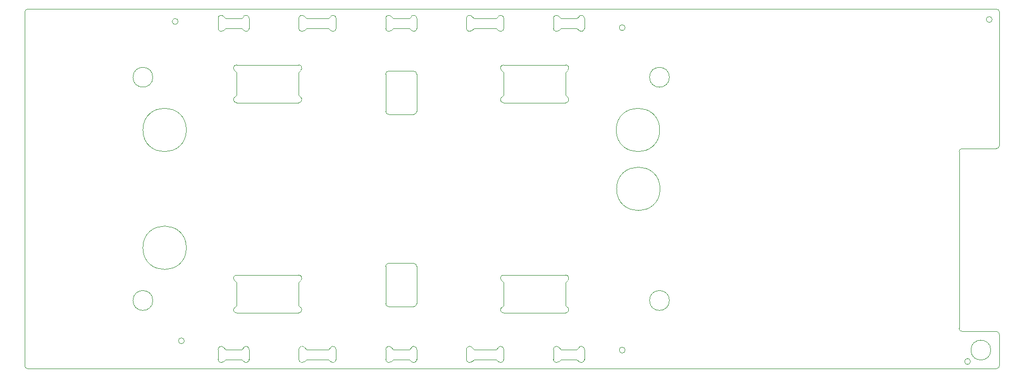
<source format=gm1>
G04 #@! TF.GenerationSoftware,KiCad,Pcbnew,(6.0.5-0)*
G04 #@! TF.CreationDate,2022-06-09T15:38:58+09:00*
G04 #@! TF.ProjectId,qLAMP-main,714c414d-502d-46d6-9169-6e2e6b696361,rev?*
G04 #@! TF.SameCoordinates,Original*
G04 #@! TF.FileFunction,Profile,NP*
%FSLAX46Y46*%
G04 Gerber Fmt 4.6, Leading zero omitted, Abs format (unit mm)*
G04 Created by KiCad (PCBNEW (6.0.5-0)) date 2022-06-09 15:38:58*
%MOMM*%
%LPD*%
G01*
G04 APERTURE LIST*
G04 #@! TA.AperFunction,Profile*
%ADD10C,0.100000*%
G04 #@! TD*
G04 APERTURE END LIST*
D10*
X86942944Y-74501749D02*
X87296497Y-74148195D01*
X111357157Y-127898251D02*
X111003604Y-127544698D01*
X96150050Y-76101749D02*
X96150050Y-74501749D01*
X110150101Y-76101750D02*
G75*
G03*
X111003604Y-76455302I499999J50D01*
G01*
X110150050Y-76101749D02*
X110150050Y-74501749D01*
X87296497Y-127544698D02*
X86942944Y-127898251D01*
X96150000Y-129498251D02*
G75*
G03*
X97003603Y-129851804I500000J-49D01*
G01*
X138357157Y-74501749D02*
X140942944Y-74501749D01*
X78036000Y-92500000D02*
G75*
G03*
X78036000Y-92500000I-3500000J0D01*
G01*
X124357157Y-74501749D02*
X127942944Y-74501749D01*
X72636000Y-84000000D02*
G75*
G03*
X72636000Y-84000000I-1600000J0D01*
G01*
X115150050Y-129498251D02*
X115150050Y-127898251D01*
X111003640Y-127544662D02*
G75*
G03*
X110150050Y-127898250I-353540J-353638D01*
G01*
X88150169Y-127898251D02*
G75*
G03*
X87296497Y-127544698I-500069J-49D01*
G01*
X83150050Y-76101749D02*
X83150050Y-74501749D01*
X129135050Y-121998251D02*
X139135050Y-121998251D01*
X138357157Y-127898251D02*
X138003604Y-127544698D01*
X115136000Y-114500000D02*
G75*
G03*
X114636000Y-114000000I-500000J0D01*
G01*
X209000000Y-95000000D02*
X209000000Y-73500000D01*
X113942944Y-129498251D02*
X114296497Y-129851805D01*
X140942944Y-127898251D02*
X138357157Y-127898251D01*
X208500000Y-95500000D02*
G75*
G03*
X209000000Y-95000000I0J500000D01*
G01*
X142150169Y-127898251D02*
G75*
G03*
X141296497Y-127544698I-500069J-49D01*
G01*
X139135050Y-86894642D02*
X139488604Y-87248195D01*
X128781497Y-116751805D02*
X129135050Y-117105358D01*
X128781581Y-121144782D02*
G75*
G03*
X129135050Y-121998250I353519J-353518D01*
G01*
X111003604Y-129851805D02*
X111357157Y-129498251D01*
X139488688Y-116751889D02*
G75*
G03*
X139135050Y-115898250I-353588J353589D01*
G01*
X110136000Y-89500000D02*
X110136000Y-83500000D01*
X207600000Y-128000000D02*
G75*
G03*
X207600000Y-128000000I-1600000J0D01*
G01*
X129135050Y-115898300D02*
G75*
G03*
X128781497Y-116751804I50J-500000D01*
G01*
X208500000Y-131000000D02*
X52500000Y-131000000D01*
X96135050Y-120791145D02*
X96135050Y-117105358D01*
X96488604Y-121144698D02*
X96135050Y-120791145D01*
X139488569Y-82855268D02*
G75*
G03*
X139135050Y-82001749I-353469J353568D01*
G01*
X96488688Y-116751889D02*
G75*
G03*
X96135050Y-115898250I-353588J353589D01*
G01*
X96150050Y-127898251D02*
X96150050Y-129498251D01*
X127942944Y-76101749D02*
X124357157Y-76101749D01*
X114636000Y-121000000D02*
X110636000Y-121000000D01*
X87296581Y-76455218D02*
G75*
G03*
X88150050Y-76101749I353519J353518D01*
G01*
X110150000Y-129498251D02*
G75*
G03*
X111003603Y-129851804I500000J-49D01*
G01*
X97357157Y-127898251D02*
X97003604Y-127544698D01*
X110136000Y-120500000D02*
G75*
G03*
X110636000Y-121000000I500000J0D01*
G01*
X140942944Y-76101749D02*
X138357157Y-76101749D01*
X139135050Y-82001749D02*
X129135050Y-82001749D01*
X110636000Y-114000000D02*
G75*
G03*
X110136000Y-114500000I0J-500000D01*
G01*
X85781497Y-116751805D02*
X86135050Y-117105358D01*
X141296581Y-76455218D02*
G75*
G03*
X142150050Y-76101749I353519J353518D01*
G01*
X139135050Y-120791145D02*
X139135050Y-117105358D01*
X123150050Y-76101749D02*
X123150050Y-74501749D01*
X85781412Y-87248111D02*
G75*
G03*
X86135050Y-88101749I353588J-353589D01*
G01*
X52000000Y-130500000D02*
G75*
G03*
X52500000Y-131000000I500000J0D01*
G01*
X96135050Y-115898251D02*
X86135050Y-115898251D01*
X129150050Y-129498251D02*
X129150050Y-127898251D01*
X139135050Y-115898251D02*
X129135050Y-115898251D01*
X208500000Y-125000000D02*
X203000000Y-125000000D01*
X102150050Y-129498251D02*
X102150050Y-127898251D01*
X129150050Y-74501749D02*
X129150050Y-76101749D01*
X115136000Y-83500000D02*
G75*
G03*
X114636000Y-83000000I-500000J0D01*
G01*
X87296412Y-129851890D02*
G75*
G03*
X88150050Y-129498250I353588J353590D01*
G01*
X113942944Y-127898251D02*
X111357157Y-127898251D01*
X78036000Y-111500000D02*
G75*
G03*
X78036000Y-111500000I-3500000J0D01*
G01*
X209000000Y-73500000D02*
G75*
G03*
X208500000Y-73000000I-500000J0D01*
G01*
X124357157Y-76101749D02*
X124003604Y-76455302D01*
X96488604Y-82855302D02*
X96135050Y-83208855D01*
X72636000Y-120000000D02*
G75*
G03*
X72636000Y-120000000I-1600000J0D01*
G01*
X115150169Y-127898251D02*
G75*
G03*
X114296497Y-127544698I-500069J-49D01*
G01*
X84357157Y-76101749D02*
X84003604Y-76455302D01*
X154278441Y-92500000D02*
G75*
G03*
X154278441Y-92500000I-3500000J0D01*
G01*
X83150000Y-129498251D02*
G75*
G03*
X84003603Y-129851804I500000J-49D01*
G01*
X139488604Y-121144698D02*
X139135050Y-120791145D01*
X128781497Y-87248195D02*
X129135050Y-86894642D01*
X97357157Y-74501749D02*
X100942944Y-74501749D01*
X84357157Y-127898251D02*
X84003604Y-127544698D01*
X97357157Y-76101749D02*
X97003604Y-76455302D01*
X123150050Y-127898251D02*
X123150050Y-129498251D01*
X202500000Y-124500000D02*
G75*
G03*
X203000000Y-125000000I500000J0D01*
G01*
X127942944Y-127898251D02*
X124357157Y-127898251D01*
X100942944Y-127898251D02*
X97357157Y-127898251D01*
X85781497Y-87248195D02*
X86135050Y-86894642D01*
X97003604Y-129851805D02*
X97357157Y-129498251D01*
X203000000Y-95500000D02*
X208500000Y-95500000D01*
X86135050Y-83208855D02*
X85781497Y-82855302D01*
X114296497Y-127544698D02*
X113942944Y-127898251D01*
X102150050Y-74501749D02*
X102150050Y-76101749D01*
X86942944Y-127898251D02*
X84357157Y-127898251D01*
X96135050Y-86894642D02*
X96488604Y-87248195D01*
X141296412Y-129851890D02*
G75*
G03*
X142150050Y-129498250I353588J353590D01*
G01*
X129150101Y-74501750D02*
G75*
G03*
X128296497Y-74148195I-500001J50D01*
G01*
X137150000Y-129498251D02*
G75*
G03*
X138003603Y-129851804I500000J-49D01*
G01*
X85781581Y-121144782D02*
G75*
G03*
X86135050Y-121998250I353519J-353518D01*
G01*
X86135050Y-121998251D02*
X96135050Y-121998251D01*
X102150101Y-74501750D02*
G75*
G03*
X101296497Y-74148195I-500001J50D01*
G01*
X139135050Y-88101749D02*
X129135050Y-88101749D01*
X155836000Y-120000000D02*
G75*
G03*
X155836000Y-120000000I-1600000J0D01*
G01*
X86135050Y-115898300D02*
G75*
G03*
X85781497Y-116751804I50J-500000D01*
G01*
X110636000Y-114000000D02*
X114636000Y-114000000D01*
X128781412Y-87248111D02*
G75*
G03*
X129135050Y-88101749I353588J-353589D01*
G01*
X86942944Y-129498251D02*
X87296497Y-129851805D01*
X84003568Y-74148231D02*
G75*
G03*
X83150050Y-74501749I-353568J-353469D01*
G01*
X77711000Y-126500000D02*
G75*
G03*
X77711000Y-126500000I-475000J0D01*
G01*
X86942944Y-76101749D02*
X84357157Y-76101749D01*
X101296497Y-76455302D02*
X100942944Y-76101749D01*
X208500000Y-131000000D02*
G75*
G03*
X209000000Y-130500000I0J500000D01*
G01*
X88150050Y-74501749D02*
X88150050Y-76101749D01*
X123150101Y-76101750D02*
G75*
G03*
X124003604Y-76455302I499999J50D01*
G01*
X96135050Y-121998369D02*
G75*
G03*
X96488603Y-121144698I-50J500069D01*
G01*
X110136000Y-89500000D02*
G75*
G03*
X110636000Y-90000000I500000J0D01*
G01*
X110136000Y-120500000D02*
X110136000Y-114500000D01*
X142150050Y-129498251D02*
X142150050Y-127898251D01*
X114296497Y-76455302D02*
X113942944Y-76101749D01*
X86135050Y-120791145D02*
X85781497Y-121144698D01*
X139135050Y-121998369D02*
G75*
G03*
X139488603Y-121144698I-50J500069D01*
G01*
X140942944Y-129498251D02*
X141296497Y-129851805D01*
X52500000Y-73000000D02*
G75*
G03*
X52000000Y-73500000I0J-500000D01*
G01*
X114636000Y-121000000D02*
G75*
G03*
X115136000Y-120500000I0J500000D01*
G01*
X138357157Y-76101749D02*
X138003604Y-76455302D01*
X111003604Y-74148195D02*
X111357157Y-74501749D01*
X148711000Y-76000000D02*
G75*
G03*
X148711000Y-76000000I-475000J0D01*
G01*
X52000000Y-130500000D02*
X52000000Y-73500000D01*
X124003568Y-74148231D02*
G75*
G03*
X123150050Y-74501749I-353568J-353469D01*
G01*
X129150169Y-127898251D02*
G75*
G03*
X128296497Y-127544698I-500069J-49D01*
G01*
X140942944Y-74501749D02*
X141296497Y-74148195D01*
X124003604Y-74148195D02*
X124357157Y-74501749D01*
X101296497Y-127544698D02*
X100942944Y-127898251D01*
X154331000Y-102000000D02*
G75*
G03*
X154331000Y-102000000I-3500000J0D01*
G01*
X142150050Y-74501749D02*
X142150050Y-76101749D01*
X203000000Y-95500000D02*
G75*
G03*
X202500000Y-96000000I0J-500000D01*
G01*
X139135050Y-88101631D02*
G75*
G03*
X139488604Y-87248195I50J499931D01*
G01*
X137150050Y-76101749D02*
X137150050Y-74501749D01*
X111357157Y-76101749D02*
X111003604Y-76455302D01*
X124003604Y-129851805D02*
X124357157Y-129498251D01*
X84357157Y-129498251D02*
X86942944Y-129498251D01*
X97003568Y-74148231D02*
G75*
G03*
X96150050Y-74501749I-353568J-353469D01*
G01*
X115136000Y-89500000D02*
X115136000Y-83500000D01*
X113942944Y-74501749D02*
X114296497Y-74148195D01*
X83150101Y-76101750D02*
G75*
G03*
X84003604Y-76455302I499999J50D01*
G01*
X128296497Y-127544698D02*
X127942944Y-127898251D01*
X87296497Y-76455302D02*
X86942944Y-76101749D01*
X111003568Y-74148231D02*
G75*
G03*
X110150050Y-74501749I-353568J-353469D01*
G01*
X129135050Y-120791145D02*
X128781497Y-121144698D01*
X86135050Y-82001701D02*
G75*
G03*
X85781497Y-82855302I-50J-499999D01*
G01*
X128296497Y-76455302D02*
X127942944Y-76101749D01*
X138003604Y-74148195D02*
X138357157Y-74501749D01*
X101296412Y-129851890D02*
G75*
G03*
X102150050Y-129498250I353588J353590D01*
G01*
X76711000Y-75000000D02*
G75*
G03*
X76711000Y-75000000I-475000J0D01*
G01*
X129135050Y-117105358D02*
X129135050Y-120791145D01*
X139135050Y-117105358D02*
X139488604Y-116751805D01*
X100942944Y-129498251D02*
X101296497Y-129851805D01*
X142150101Y-74501750D02*
G75*
G03*
X141296497Y-74148195I-500001J50D01*
G01*
X111357157Y-74501749D02*
X113942944Y-74501749D01*
X129135050Y-86894642D02*
X129135050Y-83208855D01*
X111357157Y-129498251D02*
X113942944Y-129498251D01*
X114296412Y-129851890D02*
G75*
G03*
X115150050Y-129498250I353588J353590D01*
G01*
X148711000Y-128000000D02*
G75*
G03*
X148711000Y-128000000I-475000J0D01*
G01*
X155836000Y-84000000D02*
G75*
G03*
X155836000Y-84000000I-1600000J0D01*
G01*
X127942944Y-129498251D02*
X128296497Y-129851805D01*
X102150169Y-127898251D02*
G75*
G03*
X101296497Y-127544698I-500069J-49D01*
G01*
X110150050Y-127898251D02*
X110150050Y-129498251D01*
X96135050Y-83208855D02*
X96135050Y-86894642D01*
X84357157Y-74501749D02*
X86942944Y-74501749D01*
X141296497Y-127544698D02*
X140942944Y-127898251D01*
X129135050Y-82001701D02*
G75*
G03*
X128781497Y-82855302I-50J-499999D01*
G01*
X101296581Y-76455218D02*
G75*
G03*
X102150050Y-76101749I353519J353518D01*
G01*
X124003640Y-127544662D02*
G75*
G03*
X123150050Y-127898250I-353540J-353638D01*
G01*
X115136000Y-120500000D02*
X115136000Y-114500000D01*
X138003640Y-127544662D02*
G75*
G03*
X137150050Y-127898250I-353540J-353638D01*
G01*
X100942944Y-74501749D02*
X101296497Y-74148195D01*
X124357157Y-129498251D02*
X127942944Y-129498251D01*
X127942944Y-74501749D02*
X128296497Y-74148195D01*
X204335000Y-129840000D02*
G75*
G03*
X204335000Y-129840000I-475000J0D01*
G01*
X124357157Y-127898251D02*
X124003604Y-127544698D01*
X115150101Y-74501750D02*
G75*
G03*
X114296497Y-74148195I-500001J50D01*
G01*
X207825000Y-74695000D02*
G75*
G03*
X207825000Y-74695000I-475000J0D01*
G01*
X128296412Y-129851890D02*
G75*
G03*
X129150050Y-129498250I353588J353590D01*
G01*
X141296497Y-76455302D02*
X140942944Y-76101749D01*
X97003640Y-127544662D02*
G75*
G03*
X96150050Y-127898250I-353540J-353638D01*
G01*
X86135050Y-86894642D02*
X86135050Y-83208855D01*
X96135050Y-88101631D02*
G75*
G03*
X96488604Y-87248195I50J499931D01*
G01*
X137150101Y-76101750D02*
G75*
G03*
X138003604Y-76455302I499999J50D01*
G01*
X97357157Y-129498251D02*
X100942944Y-129498251D01*
X139135050Y-83208855D02*
X139135050Y-86894642D01*
X138003568Y-74148231D02*
G75*
G03*
X137150050Y-74501749I-353568J-353469D01*
G01*
X138357157Y-129498251D02*
X140942944Y-129498251D01*
X115150050Y-74501749D02*
X115150050Y-76101749D01*
X110636000Y-83000000D02*
G75*
G03*
X110136000Y-83500000I0J-500000D01*
G01*
X96135050Y-88101749D02*
X86135050Y-88101749D01*
X110636000Y-83000000D02*
X114636000Y-83000000D01*
X139488604Y-82855302D02*
X139135050Y-83208855D01*
X88150101Y-74501750D02*
G75*
G03*
X87296497Y-74148195I-500001J50D01*
G01*
X86135050Y-117105358D02*
X86135050Y-120791145D01*
X138003604Y-129851805D02*
X138357157Y-129498251D01*
X209000000Y-125500000D02*
X209000000Y-130500000D01*
X114636000Y-90000000D02*
G75*
G03*
X115136000Y-89500000I0J500000D01*
G01*
X202500000Y-124500000D02*
X202500000Y-96000000D01*
X84003604Y-129851805D02*
X84357157Y-129498251D01*
X96488569Y-82855268D02*
G75*
G03*
X96135050Y-82001749I-353469J353568D01*
G01*
X83150050Y-127898251D02*
X83150050Y-129498251D01*
X96150101Y-76101750D02*
G75*
G03*
X97003604Y-76455302I499999J50D01*
G01*
X129135050Y-83208855D02*
X128781497Y-82855302D01*
X96135050Y-117105358D02*
X96488604Y-116751805D01*
X123150000Y-129498251D02*
G75*
G03*
X124003603Y-129851804I500000J-49D01*
G01*
X128296511Y-76455288D02*
G75*
G03*
X129150050Y-76101749I353489J353688D01*
G01*
X114636000Y-90000000D02*
X110636000Y-90000000D01*
X86135050Y-82001749D02*
X96135050Y-82001749D01*
X209000000Y-125500000D02*
G75*
G03*
X208500000Y-125000000I-500000J0D01*
G01*
X100942944Y-76101749D02*
X97357157Y-76101749D01*
X97003604Y-74148195D02*
X97357157Y-74501749D01*
X84003640Y-127544662D02*
G75*
G03*
X83150050Y-127898250I-353540J-353638D01*
G01*
X84003604Y-74148195D02*
X84357157Y-74501749D01*
X114296581Y-76455218D02*
G75*
G03*
X115150050Y-76101749I353519J353518D01*
G01*
X88150050Y-129498251D02*
X88150050Y-127898251D01*
X113942944Y-76101749D02*
X111357157Y-76101749D01*
X137150050Y-127898251D02*
X137150050Y-129498251D01*
X208500000Y-73000000D02*
X52500000Y-73000000D01*
M02*

</source>
